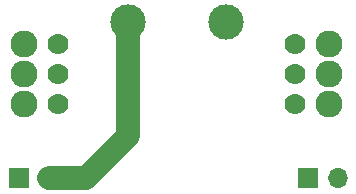
<source format=gbl>
G04 #@! TF.FileFunction,Copper,L2,Bot,Signal*
%FSLAX46Y46*%
G04 Gerber Fmt 4.6, Leading zero omitted, Abs format (unit mm)*
G04 Created by KiCad (PCBNEW 4.0.6) date Sun May 21 15:13:49 2017*
%MOMM*%
%LPD*%
G01*
G04 APERTURE LIST*
%ADD10C,0.100000*%
%ADD11C,3.000000*%
%ADD12R,1.700000X1.700000*%
%ADD13O,1.700000X1.700000*%
%ADD14C,1.778000*%
%ADD15C,2.286000*%
%ADD16C,2.000000*%
G04 APERTURE END LIST*
D10*
D11*
X126275000Y-98100000D03*
X134525000Y-98100000D03*
D12*
X117000000Y-111250000D03*
D13*
X119540000Y-111250000D03*
D12*
X141500000Y-111250000D03*
D13*
X144040000Y-111250000D03*
D14*
X120310000Y-105040000D03*
X120310000Y-102500000D03*
X120310000Y-99960000D03*
D15*
X117500000Y-105040000D03*
X117500000Y-102500000D03*
X117500000Y-99960000D03*
D14*
X140440000Y-99960000D03*
X140440000Y-102500000D03*
X140440000Y-105040000D03*
D15*
X143250000Y-99960000D03*
X143250000Y-102500000D03*
X143250000Y-105040000D03*
D16*
X126275000Y-98100000D02*
X126275000Y-107725000D01*
X122750000Y-111250000D02*
X119540000Y-111250000D01*
X126275000Y-107725000D02*
X122750000Y-111250000D01*
M02*

</source>
